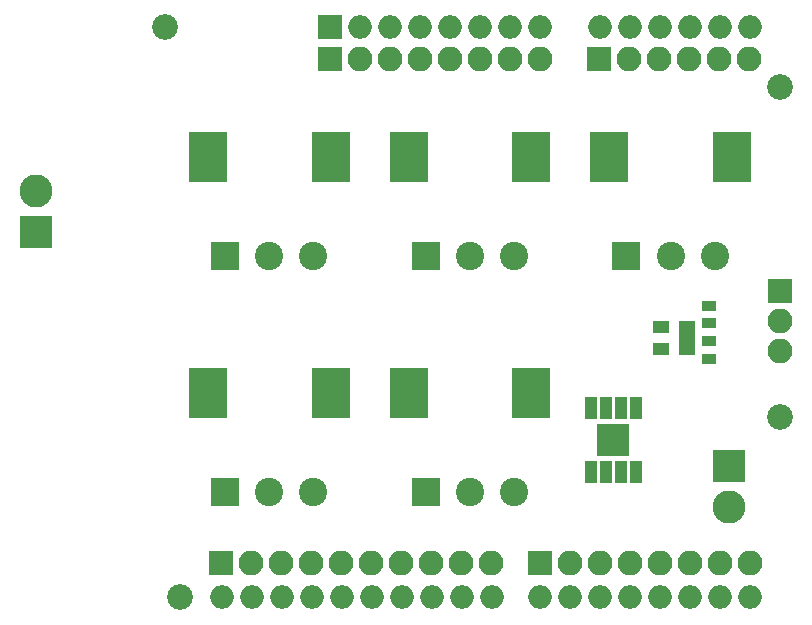
<source format=gbr>
G04 #@! TF.GenerationSoftware,KiCad,Pcbnew,(5.0.0-rc2-dev-668-g07e7340a9)*
G04 #@! TF.CreationDate,2019-04-05T10:17:21-04:00*
G04 #@! TF.ProjectId,MagLev,4D61674C65762E6B696361645F706362,rev?*
G04 #@! TF.SameCoordinates,Original*
G04 #@! TF.FileFunction,Soldermask,Top*
G04 #@! TF.FilePolarity,Negative*
%FSLAX46Y46*%
G04 Gerber Fmt 4.6, Leading zero omitted, Abs format (unit mm)*
G04 Created by KiCad (PCBNEW (5.0.0-rc2-dev-668-g07e7340a9)) date 04/05/19 10:17:21*
%MOMM*%
%LPD*%
G01*
G04 APERTURE LIST*
%ADD10C,2.180000*%
%ADD11O,2.000000X2.000000*%
%ADD12R,2.000000X2.000000*%
%ADD13R,2.100000X2.100000*%
%ADD14O,2.100000X2.100000*%
%ADD15R,2.800000X2.800000*%
%ADD16C,2.800000*%
%ADD17R,1.300000X0.900000*%
%ADD18R,3.200000X4.200000*%
%ADD19C,2.400000*%
%ADD20R,2.400000X2.400000*%
%ADD21R,1.460000X1.050000*%
%ADD22R,1.000000X1.950000*%
%ADD23R,1.575000X1.575000*%
G04 APERTURE END LIST*
D10*
X167165000Y-72747500D03*
X167165000Y-100687500D03*
X116365000Y-115927500D03*
X115095000Y-67667500D03*
D11*
X162085000Y-115927500D03*
X164625000Y-115927500D03*
X125005000Y-115927500D03*
X164625000Y-67667500D03*
X127545000Y-115927500D03*
X162085000Y-67667500D03*
X130085000Y-115927500D03*
X159545000Y-67667500D03*
X132625000Y-115927500D03*
X157005000Y-67667500D03*
X135165000Y-115927500D03*
X154465000Y-67667500D03*
X137705000Y-115927500D03*
X151925000Y-67667500D03*
X140245000Y-115927500D03*
X146845000Y-67667500D03*
X142785000Y-115927500D03*
X144305000Y-67667500D03*
X146845000Y-115927500D03*
X141765000Y-67667500D03*
X149385000Y-115927500D03*
X139225000Y-67667500D03*
X151925000Y-115927500D03*
X136685000Y-67667500D03*
X154465000Y-115927500D03*
X134145000Y-67667500D03*
X157005000Y-115927500D03*
X131605000Y-67667500D03*
X159545000Y-115927500D03*
D12*
X129065000Y-67667500D03*
D11*
X122465000Y-115927500D03*
X119925000Y-115927500D03*
D13*
X167200000Y-90000000D03*
D14*
X167200000Y-92540000D03*
X167200000Y-95080000D03*
D15*
X104200000Y-85000000D03*
D16*
X104200000Y-81500000D03*
X162900000Y-108300000D03*
D15*
X162900000Y-104800000D03*
D17*
X161200000Y-94250000D03*
X161200000Y-95750000D03*
X161200000Y-92750000D03*
X161200000Y-91250000D03*
D18*
X129150000Y-78675000D03*
X118750000Y-78675000D03*
D19*
X127700000Y-87000000D03*
X123950000Y-87000000D03*
D20*
X120200000Y-87000000D03*
D18*
X129150000Y-98675000D03*
X118750000Y-98675000D03*
D19*
X127700000Y-107000000D03*
X123950000Y-107000000D03*
D20*
X120200000Y-107000000D03*
X137200000Y-87000000D03*
D19*
X140950000Y-87000000D03*
X144700000Y-87000000D03*
D18*
X135750000Y-78675000D03*
X146150000Y-78675000D03*
D20*
X137200000Y-107000000D03*
D19*
X140950000Y-107000000D03*
X144700000Y-107000000D03*
D18*
X135750000Y-98675000D03*
X146150000Y-98675000D03*
X163150000Y-78675000D03*
X152750000Y-78675000D03*
D19*
X161700000Y-87000000D03*
X157950000Y-87000000D03*
D20*
X154200000Y-87000000D03*
D21*
X159300000Y-94950000D03*
X159300000Y-94000000D03*
X159300000Y-93050000D03*
X157100000Y-93050000D03*
X157100000Y-94950000D03*
D22*
X155005000Y-99900000D03*
X153735000Y-99900000D03*
X152465000Y-99900000D03*
X151195000Y-99900000D03*
X151195000Y-105300000D03*
X152465000Y-105300000D03*
X153735000Y-105300000D03*
X155005000Y-105300000D03*
D23*
X152512500Y-103187500D03*
X153687500Y-103187500D03*
X152512500Y-102012500D03*
X153687500Y-102012500D03*
D14*
X142760000Y-113000000D03*
X140220000Y-113000000D03*
X137680000Y-113000000D03*
X135140000Y-113000000D03*
X132600000Y-113000000D03*
X130060000Y-113000000D03*
X127520000Y-113000000D03*
X124980000Y-113000000D03*
X122440000Y-113000000D03*
D13*
X119900000Y-113000000D03*
X146900000Y-113000000D03*
D14*
X149440000Y-113000000D03*
X151980000Y-113000000D03*
X154520000Y-113000000D03*
X157060000Y-113000000D03*
X159600000Y-113000000D03*
X162140000Y-113000000D03*
X164680000Y-113000000D03*
X146880000Y-70400000D03*
X144340000Y-70400000D03*
X141800000Y-70400000D03*
X139260000Y-70400000D03*
X136720000Y-70400000D03*
X134180000Y-70400000D03*
X131640000Y-70400000D03*
D13*
X129100000Y-70400000D03*
D14*
X164600000Y-70400000D03*
X162060000Y-70400000D03*
X159520000Y-70400000D03*
X156980000Y-70400000D03*
X154440000Y-70400000D03*
D13*
X151900000Y-70400000D03*
M02*

</source>
